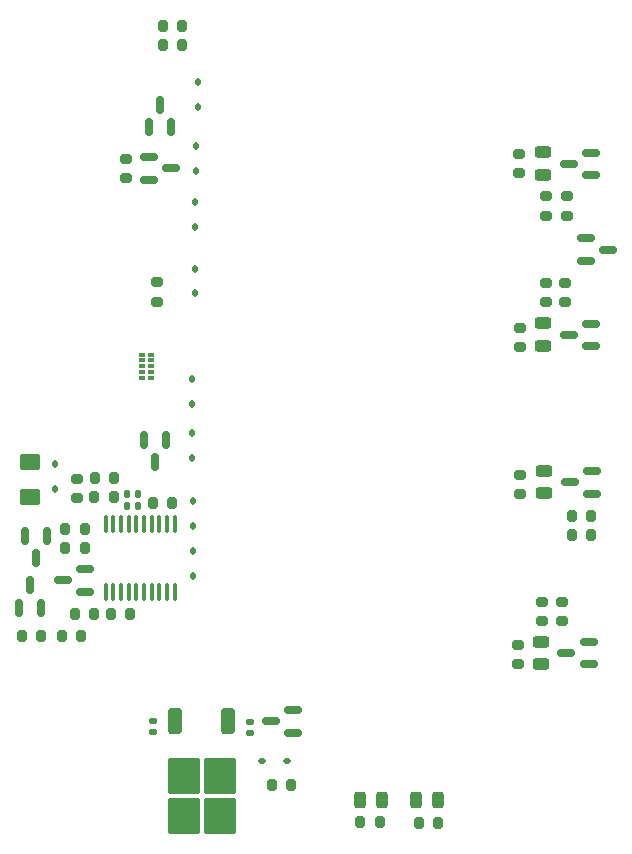
<source format=gbr>
%TF.GenerationSoftware,KiCad,Pcbnew,9.0.4*%
%TF.CreationDate,2026-01-15T15:25:04-08:00*%
%TF.ProjectId,relayBoard,72656c61-7942-46f6-9172-642e6b696361,rev?*%
%TF.SameCoordinates,Original*%
%TF.FileFunction,Paste,Top*%
%TF.FilePolarity,Positive*%
%FSLAX46Y46*%
G04 Gerber Fmt 4.6, Leading zero omitted, Abs format (unit mm)*
G04 Created by KiCad (PCBNEW 9.0.4) date 2026-01-15 15:25:04*
%MOMM*%
%LPD*%
G01*
G04 APERTURE LIST*
G04 Aperture macros list*
%AMRoundRect*
0 Rectangle with rounded corners*
0 $1 Rounding radius*
0 $2 $3 $4 $5 $6 $7 $8 $9 X,Y pos of 4 corners*
0 Add a 4 corners polygon primitive as box body*
4,1,4,$2,$3,$4,$5,$6,$7,$8,$9,$2,$3,0*
0 Add four circle primitives for the rounded corners*
1,1,$1+$1,$2,$3*
1,1,$1+$1,$4,$5*
1,1,$1+$1,$6,$7*
1,1,$1+$1,$8,$9*
0 Add four rect primitives between the rounded corners*
20,1,$1+$1,$2,$3,$4,$5,0*
20,1,$1+$1,$4,$5,$6,$7,0*
20,1,$1+$1,$6,$7,$8,$9,0*
20,1,$1+$1,$8,$9,$2,$3,0*%
G04 Aperture macros list end*
%ADD10RoundRect,0.112500X-0.112500X0.187500X-0.112500X-0.187500X0.112500X-0.187500X0.112500X0.187500X0*%
%ADD11RoundRect,0.200000X0.200000X0.275000X-0.200000X0.275000X-0.200000X-0.275000X0.200000X-0.275000X0*%
%ADD12RoundRect,0.150000X-0.150000X0.587500X-0.150000X-0.587500X0.150000X-0.587500X0.150000X0.587500X0*%
%ADD13RoundRect,0.150000X0.150000X-0.587500X0.150000X0.587500X-0.150000X0.587500X-0.150000X-0.587500X0*%
%ADD14RoundRect,0.250000X-0.350000X0.850000X-0.350000X-0.850000X0.350000X-0.850000X0.350000X0.850000X0*%
%ADD15RoundRect,0.250000X-1.125000X1.275000X-1.125000X-1.275000X1.125000X-1.275000X1.125000X1.275000X0*%
%ADD16RoundRect,0.150000X0.587500X0.150000X-0.587500X0.150000X-0.587500X-0.150000X0.587500X-0.150000X0*%
%ADD17RoundRect,0.200000X-0.200000X-0.275000X0.200000X-0.275000X0.200000X0.275000X-0.200000X0.275000X0*%
%ADD18RoundRect,0.112500X0.112500X-0.187500X0.112500X0.187500X-0.112500X0.187500X-0.112500X-0.187500X0*%
%ADD19RoundRect,0.140000X-0.170000X0.140000X-0.170000X-0.140000X0.170000X-0.140000X0.170000X0.140000X0*%
%ADD20RoundRect,0.243750X0.456250X-0.243750X0.456250X0.243750X-0.456250X0.243750X-0.456250X-0.243750X0*%
%ADD21RoundRect,0.200000X0.275000X-0.200000X0.275000X0.200000X-0.275000X0.200000X-0.275000X-0.200000X0*%
%ADD22RoundRect,0.140000X0.140000X0.170000X-0.140000X0.170000X-0.140000X-0.170000X0.140000X-0.170000X0*%
%ADD23RoundRect,0.100000X-0.100000X0.637500X-0.100000X-0.637500X0.100000X-0.637500X0.100000X0.637500X0*%
%ADD24RoundRect,0.200000X-0.275000X0.200000X-0.275000X-0.200000X0.275000X-0.200000X0.275000X0.200000X0*%
%ADD25RoundRect,0.243750X-0.243750X-0.456250X0.243750X-0.456250X0.243750X0.456250X-0.243750X0.456250X0*%
%ADD26RoundRect,0.112500X-0.187500X-0.112500X0.187500X-0.112500X0.187500X0.112500X-0.187500X0.112500X0*%
%ADD27RoundRect,0.150000X-0.587500X-0.150000X0.587500X-0.150000X0.587500X0.150000X-0.587500X0.150000X0*%
%ADD28RoundRect,0.075000X-0.200000X0.075000X-0.200000X-0.075000X0.200000X-0.075000X0.200000X0.075000X0*%
%ADD29RoundRect,0.250001X-0.624999X0.462499X-0.624999X-0.462499X0.624999X-0.462499X0.624999X0.462499X0*%
%ADD30RoundRect,0.140000X-0.140000X-0.170000X0.140000X-0.170000X0.140000X0.170000X-0.140000X0.170000X0*%
G04 APERTURE END LIST*
D10*
%TO.C,D7*%
X83070000Y-74720000D03*
X83070000Y-72620000D03*
%TD*%
D11*
%TO.C,R15*%
X85585000Y-79720000D03*
X83935000Y-79720000D03*
%TD*%
D12*
%TO.C,Q5*%
X81452500Y-80552500D03*
X80502500Y-78677500D03*
X82402500Y-78677500D03*
%TD*%
D13*
%TO.C,Q12*%
X80937500Y-82882500D03*
X81887500Y-84757500D03*
X79987500Y-84757500D03*
%TD*%
D14*
%TO.C,U4*%
X93195000Y-94395000D03*
X97755000Y-94395000D03*
D15*
X93950000Y-102370000D03*
X97000000Y-102370000D03*
X93950000Y-99020000D03*
X97000000Y-99020000D03*
%TD*%
D16*
%TO.C,Q8*%
X83775000Y-82460000D03*
X85650000Y-81510000D03*
X85650000Y-83410000D03*
%TD*%
D11*
%TO.C,R29*%
X87785000Y-85280000D03*
X89435000Y-85280000D03*
%TD*%
%TO.C,R30*%
X80265000Y-87160000D03*
X81915000Y-87160000D03*
%TD*%
D17*
%TO.C,R31*%
X83625000Y-87160000D03*
X85275000Y-87160000D03*
%TD*%
%TO.C,R28*%
X84745000Y-85300000D03*
X86395000Y-85300000D03*
%TD*%
D18*
%TO.C,D5*%
X94700000Y-67510000D03*
X94700000Y-65410000D03*
%TD*%
D19*
%TO.C,C2*%
X91377500Y-94345000D03*
X91377500Y-95305000D03*
%TD*%
D17*
%TO.C,R4*%
X86380000Y-75410000D03*
X88030000Y-75410000D03*
%TD*%
D20*
%TO.C,D14*%
X124390000Y-62570000D03*
X124390000Y-60695000D03*
%TD*%
D18*
%TO.C,D11*%
X94730000Y-77847500D03*
X94730000Y-75747500D03*
%TD*%
D21*
%TO.C,R13*%
X124310000Y-85925000D03*
X124310000Y-84275000D03*
%TD*%
D11*
%TO.C,R21*%
X115505000Y-103010000D03*
X113855000Y-103010000D03*
%TD*%
D21*
%TO.C,R3*%
X84920000Y-75505000D03*
X84920000Y-73855000D03*
%TD*%
D22*
%TO.C,C7*%
X90120000Y-75140000D03*
X89160000Y-75140000D03*
%TD*%
D23*
%TO.C,U5*%
X93205000Y-77705000D03*
X92555000Y-77705000D03*
X91905000Y-77705000D03*
X91255000Y-77705000D03*
X90605000Y-77705000D03*
X89955000Y-77705000D03*
X89305000Y-77705000D03*
X88655000Y-77705000D03*
X88005000Y-77705000D03*
X87355000Y-77705000D03*
X87355000Y-83430000D03*
X88005000Y-83430000D03*
X88655000Y-83430000D03*
X89305000Y-83430000D03*
X89955000Y-83430000D03*
X90605000Y-83430000D03*
X91255000Y-83430000D03*
X91905000Y-83430000D03*
X92555000Y-83430000D03*
X93205000Y-83430000D03*
%TD*%
D24*
%TO.C,R16*%
X126030000Y-84275000D03*
X126030000Y-85925000D03*
%TD*%
D21*
%TO.C,R8*%
X126390000Y-51575000D03*
X126390000Y-49925000D03*
%TD*%
D24*
%TO.C,R26*%
X89102500Y-46735000D03*
X89102500Y-48385000D03*
%TD*%
D25*
%TO.C,GLV1*%
X113642500Y-101070000D03*
X115517500Y-101070000D03*
%TD*%
D11*
%TO.C,R7*%
X128475000Y-77020000D03*
X126825000Y-77020000D03*
%TD*%
D10*
%TO.C,D1*%
X95180000Y-40270000D03*
X95180000Y-42370000D03*
%TD*%
D13*
%TO.C,Q4*%
X91000000Y-44047500D03*
X92900000Y-44047500D03*
X91950000Y-42172500D03*
%TD*%
D21*
%TO.C,R22*%
X91730000Y-58840000D03*
X91730000Y-57190000D03*
%TD*%
D17*
%TO.C,R25*%
X92205000Y-37080000D03*
X93855000Y-37080000D03*
%TD*%
D20*
%TO.C,D15*%
X124430000Y-75070000D03*
X124430000Y-73195000D03*
%TD*%
D10*
%TO.C,D10*%
X94730000Y-79950000D03*
X94730000Y-82050000D03*
%TD*%
D17*
%TO.C,R9*%
X126835000Y-78650000D03*
X128485000Y-78650000D03*
%TD*%
D16*
%TO.C,Q9*%
X128477500Y-62622500D03*
X128477500Y-60722500D03*
X126602500Y-61672500D03*
%TD*%
%TO.C,Q11*%
X128250000Y-89570000D03*
X128250000Y-87670000D03*
X126375000Y-88620000D03*
%TD*%
D26*
%TO.C,D17*%
X100580000Y-97770000D03*
X102680000Y-97770000D03*
%TD*%
D17*
%TO.C,R20*%
X108902500Y-102891250D03*
X110552500Y-102891250D03*
%TD*%
D24*
%TO.C,R5*%
X124610000Y-49915000D03*
X124610000Y-51565000D03*
%TD*%
D27*
%TO.C,D8*%
X128052500Y-53490000D03*
X128052500Y-55390000D03*
X129927500Y-54440000D03*
%TD*%
D18*
%TO.C,D4*%
X94920000Y-52510000D03*
X94920000Y-50410000D03*
%TD*%
D16*
%TO.C,Q6*%
X103227500Y-95342500D03*
X103227500Y-93442500D03*
X101352500Y-94392500D03*
%TD*%
D17*
%TO.C,R14*%
X86430000Y-73810000D03*
X88080000Y-73810000D03*
%TD*%
D24*
%TO.C,R10*%
X122420000Y-61055000D03*
X122420000Y-62705000D03*
%TD*%
D21*
%TO.C,R17*%
X124650000Y-58900000D03*
X124650000Y-57250000D03*
%TD*%
D19*
%TO.C,C1*%
X99597500Y-94405000D03*
X99597500Y-95365000D03*
%TD*%
D11*
%TO.C,R27*%
X93835000Y-35500000D03*
X92185000Y-35500000D03*
%TD*%
D28*
%TO.C,U2*%
X90410000Y-63330000D03*
X90410000Y-63830000D03*
X90410000Y-64330000D03*
X90410000Y-64830000D03*
X90410000Y-65330000D03*
X91180000Y-65330000D03*
X91180000Y-64830000D03*
X91180000Y-64330000D03*
X91180000Y-63830000D03*
X91180000Y-63330000D03*
%TD*%
D16*
%TO.C,Q10*%
X128517500Y-75102500D03*
X128517500Y-73202500D03*
X126642500Y-74152500D03*
%TD*%
D25*
%TO.C,3V1*%
X108860000Y-101031250D03*
X110735000Y-101031250D03*
%TD*%
D20*
%TO.C,D13*%
X124410000Y-48097500D03*
X124410000Y-46222500D03*
%TD*%
D17*
%TO.C,R19*%
X91345000Y-75890000D03*
X92995000Y-75890000D03*
%TD*%
D16*
%TO.C,Q1*%
X128437500Y-48142500D03*
X128437500Y-46242500D03*
X126562500Y-47192500D03*
%TD*%
D29*
%TO.C,F1*%
X80920000Y-72422500D03*
X80920000Y-75397500D03*
%TD*%
D24*
%TO.C,R11*%
X122470000Y-73500000D03*
X122470000Y-75150000D03*
%TD*%
%TO.C,R18*%
X126270000Y-57260000D03*
X126270000Y-58910000D03*
%TD*%
%TO.C,R12*%
X122230000Y-87895000D03*
X122230000Y-89545000D03*
%TD*%
D30*
%TO.C,C6*%
X89160000Y-76150000D03*
X90120000Y-76150000D03*
%TD*%
D10*
%TO.C,D2*%
X95000000Y-45690000D03*
X95000000Y-47790000D03*
%TD*%
D11*
%TO.C,R2*%
X85595000Y-78100000D03*
X83945000Y-78100000D03*
%TD*%
D10*
%TO.C,D3*%
X94940000Y-56050000D03*
X94940000Y-58150000D03*
%TD*%
D11*
%TO.C,R1*%
X103075000Y-99750000D03*
X101425000Y-99750000D03*
%TD*%
D24*
%TO.C,R6*%
X122340000Y-46315000D03*
X122340000Y-47965000D03*
%TD*%
D10*
%TO.C,D6*%
X94700000Y-70010000D03*
X94700000Y-72110000D03*
%TD*%
D12*
%TO.C,Q2*%
X92502500Y-70592500D03*
X90602500Y-70592500D03*
X91552500Y-72467500D03*
%TD*%
D20*
%TO.C,D16*%
X124210000Y-89547500D03*
X124210000Y-87672500D03*
%TD*%
D27*
%TO.C,Q3*%
X91002500Y-46620000D03*
X91002500Y-48520000D03*
X92877500Y-47570000D03*
%TD*%
M02*

</source>
